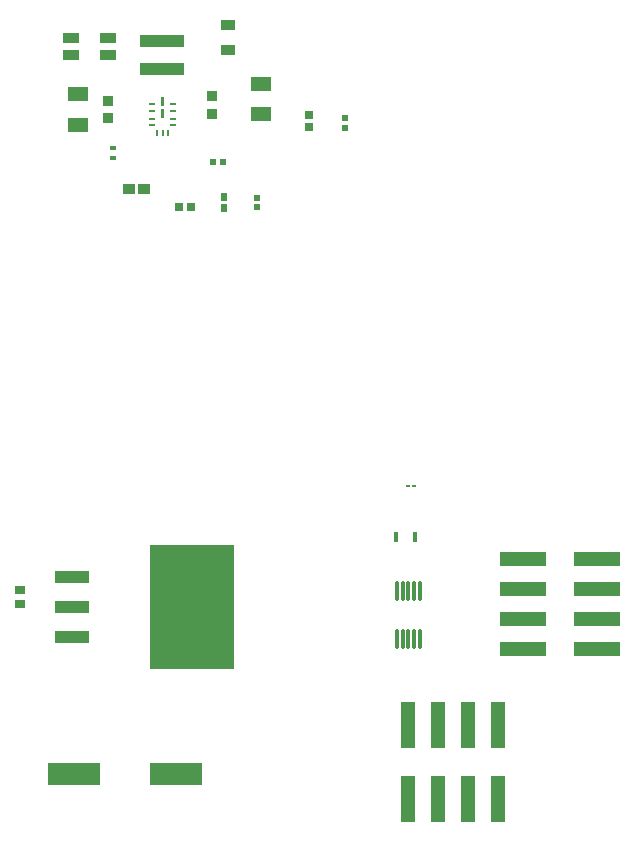
<source format=gtp>
G04*
G04 #@! TF.GenerationSoftware,Altium Limited,Altium Designer,22.9.1 (49)*
G04*
G04 Layer_Color=8421504*
%FSLAX25Y25*%
%MOIN*%
G70*
G04*
G04 #@! TF.SameCoordinates,F90F1F70-A081-4BF1-957E-811509834440*
G04*
G04*
G04 #@! TF.FilePolarity,Positive*
G04*
G01*
G75*
%ADD15R,0.02362X0.00984*%
%ADD16R,0.00984X0.02362*%
%ADD17R,0.06717X0.04546*%
%ADD18O,0.01181X0.06693*%
%ADD19R,0.05000X0.15512*%
%ADD20R,0.01394X0.01034*%
%ADD21R,0.02631X0.02648*%
%ADD22R,0.17323X0.07480*%
%ADD23R,0.15512X0.05000*%
%ADD24R,0.28347X0.41339*%
%ADD25R,0.11221X0.04134*%
%ADD26R,0.02441X0.02598*%
%ADD27R,0.02559X0.02559*%
%ADD28R,0.03591X0.03775*%
%ADD29R,0.01860X0.01843*%
%ADD30R,0.01843X0.01860*%
%ADD31R,0.05315X0.03740*%
%ADD32R,0.04749X0.03765*%
%ADD33R,0.01772X0.03740*%
%ADD34R,0.14567X0.03858*%
%ADD35R,0.03197X0.02985*%
%ADD36R,0.04453X0.03591*%
%ADD37R,0.01968X0.01575*%
G36*
X133543Y249174D02*
X133539Y249213D01*
Y252016D01*
X133543Y252054D01*
X133554Y252091D01*
X133573Y252125D01*
X133597Y252155D01*
X133627Y252179D01*
X133661Y252198D01*
X133698Y252209D01*
X133736Y252213D01*
X134327D01*
X134365Y252209D01*
X134402Y252198D01*
X134436Y252179D01*
X134466Y252155D01*
X134491Y252125D01*
X134509Y252091D01*
X134520Y252054D01*
X134524Y252016D01*
Y249213D01*
X134520Y249174D01*
X134509Y249137D01*
X134491Y249103D01*
X134466Y249073D01*
X134436Y249049D01*
X134402Y249031D01*
X134365Y249020D01*
X134327Y249016D01*
X133736D01*
X133698Y249020D01*
X133661Y249031D01*
X133627Y249049D01*
X133597Y249073D01*
X133573Y249103D01*
X133554Y249137D01*
X133543Y249174D01*
D02*
G37*
G36*
Y253170D02*
X133539Y253209D01*
Y256012D01*
X133543Y256050D01*
X133554Y256087D01*
X133573Y256121D01*
X133597Y256151D01*
X133627Y256175D01*
X133661Y256194D01*
X133698Y256205D01*
X133736Y256209D01*
X134327D01*
X134365Y256205D01*
X134402Y256194D01*
X134436Y256175D01*
X134466Y256151D01*
X134491Y256121D01*
X134509Y256087D01*
X134520Y256050D01*
X134524Y256012D01*
Y253209D01*
X134520Y253170D01*
X134509Y253133D01*
X134491Y253099D01*
X134466Y253069D01*
X134436Y253045D01*
X134402Y253027D01*
X134365Y253016D01*
X134327Y253012D01*
X133736D01*
X133698Y253016D01*
X133661Y253027D01*
X133627Y253045D01*
X133597Y253069D01*
X133573Y253099D01*
X133554Y253133D01*
X133543Y253170D01*
D02*
G37*
D15*
X137575Y253941D02*
D03*
Y251382D02*
D03*
Y248823D02*
D03*
Y246854D02*
D03*
X130488D02*
D03*
Y248823D02*
D03*
Y251382D02*
D03*
Y253941D02*
D03*
D16*
X136000Y244000D02*
D03*
X134031D02*
D03*
X132063D02*
D03*
D17*
X106000Y257023D02*
D03*
X167000Y260523D02*
D03*
Y250477D02*
D03*
X106000Y246977D02*
D03*
D18*
X219937Y91571D02*
D03*
X217969D02*
D03*
X216000D02*
D03*
X214032D02*
D03*
X212063D02*
D03*
X219937Y75429D02*
D03*
X217969D02*
D03*
X216000D02*
D03*
X214032D02*
D03*
X212063D02*
D03*
D19*
X246000Y46744D02*
D03*
X236000D02*
D03*
X226000D02*
D03*
X216000D02*
D03*
X246000Y22256D02*
D03*
X236000D02*
D03*
X226000D02*
D03*
X216000D02*
D03*
D20*
X218000Y126500D02*
D03*
X215998D02*
D03*
D21*
X139523Y219500D02*
D03*
X143477D02*
D03*
D22*
X104374Y30500D02*
D03*
X138626D02*
D03*
D23*
X254256Y102000D02*
D03*
Y92000D02*
D03*
Y82000D02*
D03*
Y72000D02*
D03*
X278744Y102000D02*
D03*
Y92000D02*
D03*
Y82000D02*
D03*
Y72000D02*
D03*
D24*
X144000Y86000D02*
D03*
D25*
X103842Y76000D02*
D03*
Y86000D02*
D03*
Y96000D02*
D03*
D26*
X154500Y222732D02*
D03*
Y219268D02*
D03*
D27*
X183000Y246063D02*
D03*
Y250000D02*
D03*
D28*
X150500Y256361D02*
D03*
Y250639D02*
D03*
X116000Y254861D02*
D03*
Y249139D02*
D03*
D29*
X165500Y222583D02*
D03*
Y219417D02*
D03*
X195000Y245917D02*
D03*
Y249083D02*
D03*
D30*
X151000Y234500D02*
D03*
X154166D02*
D03*
D31*
X116000Y270000D02*
D03*
Y275905D02*
D03*
X103529Y270000D02*
D03*
Y275905D02*
D03*
D32*
X156000Y271965D02*
D03*
Y280035D02*
D03*
D33*
X211949Y109500D02*
D03*
X218051D02*
D03*
D34*
X134000Y274665D02*
D03*
Y265335D02*
D03*
D35*
X86500Y87032D02*
D03*
Y91969D02*
D03*
D36*
X122957Y225500D02*
D03*
X128000D02*
D03*
D37*
X117500Y239075D02*
D03*
Y235925D02*
D03*
M02*

</source>
